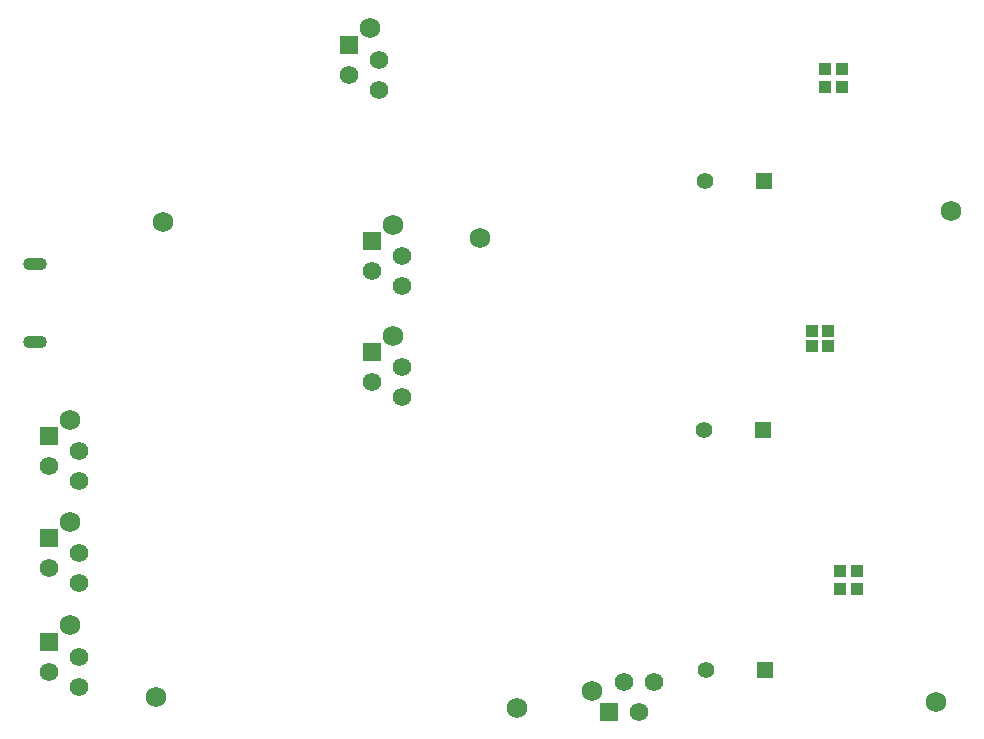
<source format=gbs>
G04*
G04 #@! TF.GenerationSoftware,Altium Limited,Altium Designer,21.9.1 (22)*
G04*
G04 Layer_Color=16711935*
%FSLAX42Y42*%
%MOMM*%
G71*
G04*
G04 #@! TF.SameCoordinates,B3A7D64E-7091-44AA-A069-5FD8CBDAA8E7*
G04*
G04*
G04 #@! TF.FilePolarity,Negative*
G04*
G01*
G75*
%ADD45R,1.00X1.10*%
%ADD54O,2.00X1.10*%
%ADD55C,1.73*%
%ADD56R,1.56X1.56*%
%ADD57C,1.56*%
%ADD58C,1.75*%
%ADD59C,1.40*%
%ADD60R,1.40X1.40*%
%ADD61R,1.56X1.56*%
D45*
X9646Y4305D02*
D03*
X9506D02*
D03*
X9404Y6337D02*
D03*
X9264D02*
D03*
X9519Y8560D02*
D03*
X9379D02*
D03*
X9646Y4153D02*
D03*
X9506D02*
D03*
X9404Y6210D02*
D03*
X9264D02*
D03*
X9519Y8407D02*
D03*
X9379D02*
D03*
D54*
X2689Y6906D02*
D03*
Y6246D02*
D03*
D55*
X6452Y7125D02*
D03*
X10312Y3200D02*
D03*
X10439Y7353D02*
D03*
X6769Y3150D02*
D03*
X3772Y7264D02*
D03*
X3708Y3238D02*
D03*
D56*
X5347Y8763D02*
D03*
X5537Y6160D02*
D03*
Y7099D02*
D03*
X2807Y5448D02*
D03*
Y3708D02*
D03*
X2805Y4584D02*
D03*
D57*
X5601Y8636D02*
D03*
X5347Y8509D02*
D03*
X5601Y8382D02*
D03*
X5791Y6033D02*
D03*
X5537Y5906D02*
D03*
X5791Y5778D02*
D03*
Y6718D02*
D03*
X5537Y6845D02*
D03*
X5791Y6972D02*
D03*
X7671Y3365D02*
D03*
X7798Y3111D02*
D03*
X7925Y3365D02*
D03*
X3061Y5321D02*
D03*
X2807Y5194D02*
D03*
X3061Y5067D02*
D03*
Y3327D02*
D03*
X2807Y3454D02*
D03*
X3061Y3581D02*
D03*
X3058Y4203D02*
D03*
X2805Y4330D02*
D03*
X3058Y4457D02*
D03*
D58*
X5527Y8903D02*
D03*
X5717Y6299D02*
D03*
Y7239D02*
D03*
X7404Y3292D02*
D03*
X2987Y5588D02*
D03*
Y3848D02*
D03*
X2984Y4724D02*
D03*
D59*
X8361Y7607D02*
D03*
X8365Y3467D02*
D03*
X8348Y5499D02*
D03*
D60*
X8861Y7607D02*
D03*
X8865Y3467D02*
D03*
X8848Y5499D02*
D03*
D61*
X7544Y3111D02*
D03*
M02*

</source>
